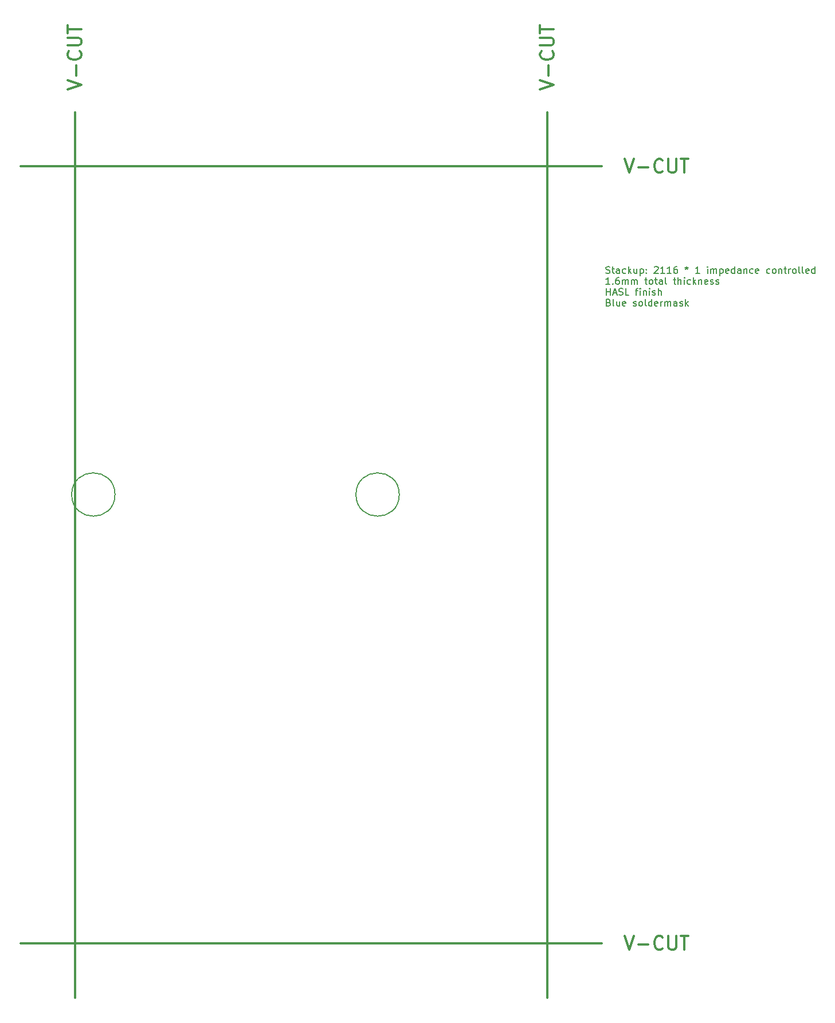
<source format=gbr>
%TF.GenerationSoftware,KiCad,Pcbnew,9.0.2+dfsg-1*%
%TF.CreationDate,2025-07-08T11:28:32+01:00*%
%TF.ProjectId,low-noise-power-probe-panel,6c6f772d-6e6f-4697-9365-2d706f776572,rev?*%
%TF.SameCoordinates,Original*%
%TF.FileFunction,Other,Comment*%
%FSLAX46Y46*%
G04 Gerber Fmt 4.6, Leading zero omitted, Abs format (unit mm)*
G04 Created by KiCad (PCBNEW 9.0.2+dfsg-1) date 2025-07-08 11:28:32*
%MOMM*%
%LPD*%
G01*
G04 APERTURE LIST*
%ADD10C,0.300000*%
%ADD11C,0.150000*%
G04 APERTURE END LIST*
D10*
X244900000Y-17000000D02*
X244900000Y-147800000D01*
X167100000Y-25000000D02*
X252900000Y-25000000D01*
X175100000Y-17000000D02*
X175100000Y-147800000D01*
X167100000Y-139800000D02*
X252900000Y-139800000D01*
X256287844Y-23909638D02*
X256954510Y-25909638D01*
X256954510Y-25909638D02*
X257621177Y-23909638D01*
X258287844Y-25147733D02*
X259811654Y-25147733D01*
X261906891Y-25719161D02*
X261811653Y-25814400D01*
X261811653Y-25814400D02*
X261525939Y-25909638D01*
X261525939Y-25909638D02*
X261335463Y-25909638D01*
X261335463Y-25909638D02*
X261049748Y-25814400D01*
X261049748Y-25814400D02*
X260859272Y-25623923D01*
X260859272Y-25623923D02*
X260764034Y-25433447D01*
X260764034Y-25433447D02*
X260668796Y-25052495D01*
X260668796Y-25052495D02*
X260668796Y-24766780D01*
X260668796Y-24766780D02*
X260764034Y-24385828D01*
X260764034Y-24385828D02*
X260859272Y-24195352D01*
X260859272Y-24195352D02*
X261049748Y-24004876D01*
X261049748Y-24004876D02*
X261335463Y-23909638D01*
X261335463Y-23909638D02*
X261525939Y-23909638D01*
X261525939Y-23909638D02*
X261811653Y-24004876D01*
X261811653Y-24004876D02*
X261906891Y-24100114D01*
X262764034Y-23909638D02*
X262764034Y-25528685D01*
X262764034Y-25528685D02*
X262859272Y-25719161D01*
X262859272Y-25719161D02*
X262954510Y-25814400D01*
X262954510Y-25814400D02*
X263144986Y-25909638D01*
X263144986Y-25909638D02*
X263525939Y-25909638D01*
X263525939Y-25909638D02*
X263716415Y-25814400D01*
X263716415Y-25814400D02*
X263811653Y-25719161D01*
X263811653Y-25719161D02*
X263906891Y-25528685D01*
X263906891Y-25528685D02*
X263906891Y-23909638D01*
X264573558Y-23909638D02*
X265716415Y-23909638D01*
X265144986Y-25909638D02*
X265144986Y-23909638D01*
X243809638Y-13612155D02*
X245809638Y-12945489D01*
X245809638Y-12945489D02*
X243809638Y-12278822D01*
X245047733Y-11612155D02*
X245047733Y-10088346D01*
X245619161Y-7993108D02*
X245714400Y-8088346D01*
X245714400Y-8088346D02*
X245809638Y-8374060D01*
X245809638Y-8374060D02*
X245809638Y-8564536D01*
X245809638Y-8564536D02*
X245714400Y-8850251D01*
X245714400Y-8850251D02*
X245523923Y-9040727D01*
X245523923Y-9040727D02*
X245333447Y-9135965D01*
X245333447Y-9135965D02*
X244952495Y-9231203D01*
X244952495Y-9231203D02*
X244666780Y-9231203D01*
X244666780Y-9231203D02*
X244285828Y-9135965D01*
X244285828Y-9135965D02*
X244095352Y-9040727D01*
X244095352Y-9040727D02*
X243904876Y-8850251D01*
X243904876Y-8850251D02*
X243809638Y-8564536D01*
X243809638Y-8564536D02*
X243809638Y-8374060D01*
X243809638Y-8374060D02*
X243904876Y-8088346D01*
X243904876Y-8088346D02*
X244000114Y-7993108D01*
X243809638Y-7135965D02*
X245428685Y-7135965D01*
X245428685Y-7135965D02*
X245619161Y-7040727D01*
X245619161Y-7040727D02*
X245714400Y-6945489D01*
X245714400Y-6945489D02*
X245809638Y-6755013D01*
X245809638Y-6755013D02*
X245809638Y-6374060D01*
X245809638Y-6374060D02*
X245714400Y-6183584D01*
X245714400Y-6183584D02*
X245619161Y-6088346D01*
X245619161Y-6088346D02*
X245428685Y-5993108D01*
X245428685Y-5993108D02*
X243809638Y-5993108D01*
X243809638Y-5326441D02*
X243809638Y-4183584D01*
X245809638Y-4755013D02*
X243809638Y-4755013D01*
X256287844Y-138709638D02*
X256954510Y-140709638D01*
X256954510Y-140709638D02*
X257621177Y-138709638D01*
X258287844Y-139947733D02*
X259811654Y-139947733D01*
X261906891Y-140519161D02*
X261811653Y-140614400D01*
X261811653Y-140614400D02*
X261525939Y-140709638D01*
X261525939Y-140709638D02*
X261335463Y-140709638D01*
X261335463Y-140709638D02*
X261049748Y-140614400D01*
X261049748Y-140614400D02*
X260859272Y-140423923D01*
X260859272Y-140423923D02*
X260764034Y-140233447D01*
X260764034Y-140233447D02*
X260668796Y-139852495D01*
X260668796Y-139852495D02*
X260668796Y-139566780D01*
X260668796Y-139566780D02*
X260764034Y-139185828D01*
X260764034Y-139185828D02*
X260859272Y-138995352D01*
X260859272Y-138995352D02*
X261049748Y-138804876D01*
X261049748Y-138804876D02*
X261335463Y-138709638D01*
X261335463Y-138709638D02*
X261525939Y-138709638D01*
X261525939Y-138709638D02*
X261811653Y-138804876D01*
X261811653Y-138804876D02*
X261906891Y-138900114D01*
X262764034Y-138709638D02*
X262764034Y-140328685D01*
X262764034Y-140328685D02*
X262859272Y-140519161D01*
X262859272Y-140519161D02*
X262954510Y-140614400D01*
X262954510Y-140614400D02*
X263144986Y-140709638D01*
X263144986Y-140709638D02*
X263525939Y-140709638D01*
X263525939Y-140709638D02*
X263716415Y-140614400D01*
X263716415Y-140614400D02*
X263811653Y-140519161D01*
X263811653Y-140519161D02*
X263906891Y-140328685D01*
X263906891Y-140328685D02*
X263906891Y-138709638D01*
X264573558Y-138709638D02*
X265716415Y-138709638D01*
X265144986Y-140709638D02*
X265144986Y-138709638D01*
X174009638Y-13612155D02*
X176009638Y-12945489D01*
X176009638Y-12945489D02*
X174009638Y-12278822D01*
X175247733Y-11612155D02*
X175247733Y-10088346D01*
X175819161Y-7993108D02*
X175914400Y-8088346D01*
X175914400Y-8088346D02*
X176009638Y-8374060D01*
X176009638Y-8374060D02*
X176009638Y-8564536D01*
X176009638Y-8564536D02*
X175914400Y-8850251D01*
X175914400Y-8850251D02*
X175723923Y-9040727D01*
X175723923Y-9040727D02*
X175533447Y-9135965D01*
X175533447Y-9135965D02*
X175152495Y-9231203D01*
X175152495Y-9231203D02*
X174866780Y-9231203D01*
X174866780Y-9231203D02*
X174485828Y-9135965D01*
X174485828Y-9135965D02*
X174295352Y-9040727D01*
X174295352Y-9040727D02*
X174104876Y-8850251D01*
X174104876Y-8850251D02*
X174009638Y-8564536D01*
X174009638Y-8564536D02*
X174009638Y-8374060D01*
X174009638Y-8374060D02*
X174104876Y-8088346D01*
X174104876Y-8088346D02*
X174200114Y-7993108D01*
X174009638Y-7135965D02*
X175628685Y-7135965D01*
X175628685Y-7135965D02*
X175819161Y-7040727D01*
X175819161Y-7040727D02*
X175914400Y-6945489D01*
X175914400Y-6945489D02*
X176009638Y-6755013D01*
X176009638Y-6755013D02*
X176009638Y-6374060D01*
X176009638Y-6374060D02*
X175914400Y-6183584D01*
X175914400Y-6183584D02*
X175819161Y-6088346D01*
X175819161Y-6088346D02*
X175628685Y-5993108D01*
X175628685Y-5993108D02*
X174009638Y-5993108D01*
X174009638Y-5326441D02*
X174009638Y-4183584D01*
X176009638Y-4755013D02*
X174009638Y-4755013D01*
D11*
X253539160Y-40742284D02*
X253682017Y-40789903D01*
X253682017Y-40789903D02*
X253920112Y-40789903D01*
X253920112Y-40789903D02*
X254015350Y-40742284D01*
X254015350Y-40742284D02*
X254062969Y-40694664D01*
X254062969Y-40694664D02*
X254110588Y-40599426D01*
X254110588Y-40599426D02*
X254110588Y-40504188D01*
X254110588Y-40504188D02*
X254062969Y-40408950D01*
X254062969Y-40408950D02*
X254015350Y-40361331D01*
X254015350Y-40361331D02*
X253920112Y-40313712D01*
X253920112Y-40313712D02*
X253729636Y-40266093D01*
X253729636Y-40266093D02*
X253634398Y-40218474D01*
X253634398Y-40218474D02*
X253586779Y-40170855D01*
X253586779Y-40170855D02*
X253539160Y-40075617D01*
X253539160Y-40075617D02*
X253539160Y-39980379D01*
X253539160Y-39980379D02*
X253586779Y-39885141D01*
X253586779Y-39885141D02*
X253634398Y-39837522D01*
X253634398Y-39837522D02*
X253729636Y-39789903D01*
X253729636Y-39789903D02*
X253967731Y-39789903D01*
X253967731Y-39789903D02*
X254110588Y-39837522D01*
X254396303Y-40123236D02*
X254777255Y-40123236D01*
X254539160Y-39789903D02*
X254539160Y-40647045D01*
X254539160Y-40647045D02*
X254586779Y-40742284D01*
X254586779Y-40742284D02*
X254682017Y-40789903D01*
X254682017Y-40789903D02*
X254777255Y-40789903D01*
X255539160Y-40789903D02*
X255539160Y-40266093D01*
X255539160Y-40266093D02*
X255491541Y-40170855D01*
X255491541Y-40170855D02*
X255396303Y-40123236D01*
X255396303Y-40123236D02*
X255205827Y-40123236D01*
X255205827Y-40123236D02*
X255110589Y-40170855D01*
X255539160Y-40742284D02*
X255443922Y-40789903D01*
X255443922Y-40789903D02*
X255205827Y-40789903D01*
X255205827Y-40789903D02*
X255110589Y-40742284D01*
X255110589Y-40742284D02*
X255062970Y-40647045D01*
X255062970Y-40647045D02*
X255062970Y-40551807D01*
X255062970Y-40551807D02*
X255110589Y-40456569D01*
X255110589Y-40456569D02*
X255205827Y-40408950D01*
X255205827Y-40408950D02*
X255443922Y-40408950D01*
X255443922Y-40408950D02*
X255539160Y-40361331D01*
X256443922Y-40742284D02*
X256348684Y-40789903D01*
X256348684Y-40789903D02*
X256158208Y-40789903D01*
X256158208Y-40789903D02*
X256062970Y-40742284D01*
X256062970Y-40742284D02*
X256015351Y-40694664D01*
X256015351Y-40694664D02*
X255967732Y-40599426D01*
X255967732Y-40599426D02*
X255967732Y-40313712D01*
X255967732Y-40313712D02*
X256015351Y-40218474D01*
X256015351Y-40218474D02*
X256062970Y-40170855D01*
X256062970Y-40170855D02*
X256158208Y-40123236D01*
X256158208Y-40123236D02*
X256348684Y-40123236D01*
X256348684Y-40123236D02*
X256443922Y-40170855D01*
X256872494Y-40789903D02*
X256872494Y-39789903D01*
X256967732Y-40408950D02*
X257253446Y-40789903D01*
X257253446Y-40123236D02*
X256872494Y-40504188D01*
X258110589Y-40123236D02*
X258110589Y-40789903D01*
X257682018Y-40123236D02*
X257682018Y-40647045D01*
X257682018Y-40647045D02*
X257729637Y-40742284D01*
X257729637Y-40742284D02*
X257824875Y-40789903D01*
X257824875Y-40789903D02*
X257967732Y-40789903D01*
X257967732Y-40789903D02*
X258062970Y-40742284D01*
X258062970Y-40742284D02*
X258110589Y-40694664D01*
X258586780Y-40123236D02*
X258586780Y-41123236D01*
X258586780Y-40170855D02*
X258682018Y-40123236D01*
X258682018Y-40123236D02*
X258872494Y-40123236D01*
X258872494Y-40123236D02*
X258967732Y-40170855D01*
X258967732Y-40170855D02*
X259015351Y-40218474D01*
X259015351Y-40218474D02*
X259062970Y-40313712D01*
X259062970Y-40313712D02*
X259062970Y-40599426D01*
X259062970Y-40599426D02*
X259015351Y-40694664D01*
X259015351Y-40694664D02*
X258967732Y-40742284D01*
X258967732Y-40742284D02*
X258872494Y-40789903D01*
X258872494Y-40789903D02*
X258682018Y-40789903D01*
X258682018Y-40789903D02*
X258586780Y-40742284D01*
X259491542Y-40694664D02*
X259539161Y-40742284D01*
X259539161Y-40742284D02*
X259491542Y-40789903D01*
X259491542Y-40789903D02*
X259443923Y-40742284D01*
X259443923Y-40742284D02*
X259491542Y-40694664D01*
X259491542Y-40694664D02*
X259491542Y-40789903D01*
X259491542Y-40170855D02*
X259539161Y-40218474D01*
X259539161Y-40218474D02*
X259491542Y-40266093D01*
X259491542Y-40266093D02*
X259443923Y-40218474D01*
X259443923Y-40218474D02*
X259491542Y-40170855D01*
X259491542Y-40170855D02*
X259491542Y-40266093D01*
X260682018Y-39885141D02*
X260729637Y-39837522D01*
X260729637Y-39837522D02*
X260824875Y-39789903D01*
X260824875Y-39789903D02*
X261062970Y-39789903D01*
X261062970Y-39789903D02*
X261158208Y-39837522D01*
X261158208Y-39837522D02*
X261205827Y-39885141D01*
X261205827Y-39885141D02*
X261253446Y-39980379D01*
X261253446Y-39980379D02*
X261253446Y-40075617D01*
X261253446Y-40075617D02*
X261205827Y-40218474D01*
X261205827Y-40218474D02*
X260634399Y-40789903D01*
X260634399Y-40789903D02*
X261253446Y-40789903D01*
X262205827Y-40789903D02*
X261634399Y-40789903D01*
X261920113Y-40789903D02*
X261920113Y-39789903D01*
X261920113Y-39789903D02*
X261824875Y-39932760D01*
X261824875Y-39932760D02*
X261729637Y-40027998D01*
X261729637Y-40027998D02*
X261634399Y-40075617D01*
X263158208Y-40789903D02*
X262586780Y-40789903D01*
X262872494Y-40789903D02*
X262872494Y-39789903D01*
X262872494Y-39789903D02*
X262777256Y-39932760D01*
X262777256Y-39932760D02*
X262682018Y-40027998D01*
X262682018Y-40027998D02*
X262586780Y-40075617D01*
X264015351Y-39789903D02*
X263824875Y-39789903D01*
X263824875Y-39789903D02*
X263729637Y-39837522D01*
X263729637Y-39837522D02*
X263682018Y-39885141D01*
X263682018Y-39885141D02*
X263586780Y-40027998D01*
X263586780Y-40027998D02*
X263539161Y-40218474D01*
X263539161Y-40218474D02*
X263539161Y-40599426D01*
X263539161Y-40599426D02*
X263586780Y-40694664D01*
X263586780Y-40694664D02*
X263634399Y-40742284D01*
X263634399Y-40742284D02*
X263729637Y-40789903D01*
X263729637Y-40789903D02*
X263920113Y-40789903D01*
X263920113Y-40789903D02*
X264015351Y-40742284D01*
X264015351Y-40742284D02*
X264062970Y-40694664D01*
X264062970Y-40694664D02*
X264110589Y-40599426D01*
X264110589Y-40599426D02*
X264110589Y-40361331D01*
X264110589Y-40361331D02*
X264062970Y-40266093D01*
X264062970Y-40266093D02*
X264015351Y-40218474D01*
X264015351Y-40218474D02*
X263920113Y-40170855D01*
X263920113Y-40170855D02*
X263729637Y-40170855D01*
X263729637Y-40170855D02*
X263634399Y-40218474D01*
X263634399Y-40218474D02*
X263586780Y-40266093D01*
X263586780Y-40266093D02*
X263539161Y-40361331D01*
X265443923Y-39789903D02*
X265443923Y-40027998D01*
X265205828Y-39932760D02*
X265443923Y-40027998D01*
X265443923Y-40027998D02*
X265682018Y-39932760D01*
X265301066Y-40218474D02*
X265443923Y-40027998D01*
X265443923Y-40027998D02*
X265586780Y-40218474D01*
X267348685Y-40789903D02*
X266777257Y-40789903D01*
X267062971Y-40789903D02*
X267062971Y-39789903D01*
X267062971Y-39789903D02*
X266967733Y-39932760D01*
X266967733Y-39932760D02*
X266872495Y-40027998D01*
X266872495Y-40027998D02*
X266777257Y-40075617D01*
X268539162Y-40789903D02*
X268539162Y-40123236D01*
X268539162Y-39789903D02*
X268491543Y-39837522D01*
X268491543Y-39837522D02*
X268539162Y-39885141D01*
X268539162Y-39885141D02*
X268586781Y-39837522D01*
X268586781Y-39837522D02*
X268539162Y-39789903D01*
X268539162Y-39789903D02*
X268539162Y-39885141D01*
X269015352Y-40789903D02*
X269015352Y-40123236D01*
X269015352Y-40218474D02*
X269062971Y-40170855D01*
X269062971Y-40170855D02*
X269158209Y-40123236D01*
X269158209Y-40123236D02*
X269301066Y-40123236D01*
X269301066Y-40123236D02*
X269396304Y-40170855D01*
X269396304Y-40170855D02*
X269443923Y-40266093D01*
X269443923Y-40266093D02*
X269443923Y-40789903D01*
X269443923Y-40266093D02*
X269491542Y-40170855D01*
X269491542Y-40170855D02*
X269586780Y-40123236D01*
X269586780Y-40123236D02*
X269729637Y-40123236D01*
X269729637Y-40123236D02*
X269824876Y-40170855D01*
X269824876Y-40170855D02*
X269872495Y-40266093D01*
X269872495Y-40266093D02*
X269872495Y-40789903D01*
X270348685Y-40123236D02*
X270348685Y-41123236D01*
X270348685Y-40170855D02*
X270443923Y-40123236D01*
X270443923Y-40123236D02*
X270634399Y-40123236D01*
X270634399Y-40123236D02*
X270729637Y-40170855D01*
X270729637Y-40170855D02*
X270777256Y-40218474D01*
X270777256Y-40218474D02*
X270824875Y-40313712D01*
X270824875Y-40313712D02*
X270824875Y-40599426D01*
X270824875Y-40599426D02*
X270777256Y-40694664D01*
X270777256Y-40694664D02*
X270729637Y-40742284D01*
X270729637Y-40742284D02*
X270634399Y-40789903D01*
X270634399Y-40789903D02*
X270443923Y-40789903D01*
X270443923Y-40789903D02*
X270348685Y-40742284D01*
X271634399Y-40742284D02*
X271539161Y-40789903D01*
X271539161Y-40789903D02*
X271348685Y-40789903D01*
X271348685Y-40789903D02*
X271253447Y-40742284D01*
X271253447Y-40742284D02*
X271205828Y-40647045D01*
X271205828Y-40647045D02*
X271205828Y-40266093D01*
X271205828Y-40266093D02*
X271253447Y-40170855D01*
X271253447Y-40170855D02*
X271348685Y-40123236D01*
X271348685Y-40123236D02*
X271539161Y-40123236D01*
X271539161Y-40123236D02*
X271634399Y-40170855D01*
X271634399Y-40170855D02*
X271682018Y-40266093D01*
X271682018Y-40266093D02*
X271682018Y-40361331D01*
X271682018Y-40361331D02*
X271205828Y-40456569D01*
X272539161Y-40789903D02*
X272539161Y-39789903D01*
X272539161Y-40742284D02*
X272443923Y-40789903D01*
X272443923Y-40789903D02*
X272253447Y-40789903D01*
X272253447Y-40789903D02*
X272158209Y-40742284D01*
X272158209Y-40742284D02*
X272110590Y-40694664D01*
X272110590Y-40694664D02*
X272062971Y-40599426D01*
X272062971Y-40599426D02*
X272062971Y-40313712D01*
X272062971Y-40313712D02*
X272110590Y-40218474D01*
X272110590Y-40218474D02*
X272158209Y-40170855D01*
X272158209Y-40170855D02*
X272253447Y-40123236D01*
X272253447Y-40123236D02*
X272443923Y-40123236D01*
X272443923Y-40123236D02*
X272539161Y-40170855D01*
X273443923Y-40789903D02*
X273443923Y-40266093D01*
X273443923Y-40266093D02*
X273396304Y-40170855D01*
X273396304Y-40170855D02*
X273301066Y-40123236D01*
X273301066Y-40123236D02*
X273110590Y-40123236D01*
X273110590Y-40123236D02*
X273015352Y-40170855D01*
X273443923Y-40742284D02*
X273348685Y-40789903D01*
X273348685Y-40789903D02*
X273110590Y-40789903D01*
X273110590Y-40789903D02*
X273015352Y-40742284D01*
X273015352Y-40742284D02*
X272967733Y-40647045D01*
X272967733Y-40647045D02*
X272967733Y-40551807D01*
X272967733Y-40551807D02*
X273015352Y-40456569D01*
X273015352Y-40456569D02*
X273110590Y-40408950D01*
X273110590Y-40408950D02*
X273348685Y-40408950D01*
X273348685Y-40408950D02*
X273443923Y-40361331D01*
X273920114Y-40123236D02*
X273920114Y-40789903D01*
X273920114Y-40218474D02*
X273967733Y-40170855D01*
X273967733Y-40170855D02*
X274062971Y-40123236D01*
X274062971Y-40123236D02*
X274205828Y-40123236D01*
X274205828Y-40123236D02*
X274301066Y-40170855D01*
X274301066Y-40170855D02*
X274348685Y-40266093D01*
X274348685Y-40266093D02*
X274348685Y-40789903D01*
X275253447Y-40742284D02*
X275158209Y-40789903D01*
X275158209Y-40789903D02*
X274967733Y-40789903D01*
X274967733Y-40789903D02*
X274872495Y-40742284D01*
X274872495Y-40742284D02*
X274824876Y-40694664D01*
X274824876Y-40694664D02*
X274777257Y-40599426D01*
X274777257Y-40599426D02*
X274777257Y-40313712D01*
X274777257Y-40313712D02*
X274824876Y-40218474D01*
X274824876Y-40218474D02*
X274872495Y-40170855D01*
X274872495Y-40170855D02*
X274967733Y-40123236D01*
X274967733Y-40123236D02*
X275158209Y-40123236D01*
X275158209Y-40123236D02*
X275253447Y-40170855D01*
X276062971Y-40742284D02*
X275967733Y-40789903D01*
X275967733Y-40789903D02*
X275777257Y-40789903D01*
X275777257Y-40789903D02*
X275682019Y-40742284D01*
X275682019Y-40742284D02*
X275634400Y-40647045D01*
X275634400Y-40647045D02*
X275634400Y-40266093D01*
X275634400Y-40266093D02*
X275682019Y-40170855D01*
X275682019Y-40170855D02*
X275777257Y-40123236D01*
X275777257Y-40123236D02*
X275967733Y-40123236D01*
X275967733Y-40123236D02*
X276062971Y-40170855D01*
X276062971Y-40170855D02*
X276110590Y-40266093D01*
X276110590Y-40266093D02*
X276110590Y-40361331D01*
X276110590Y-40361331D02*
X275634400Y-40456569D01*
X277729638Y-40742284D02*
X277634400Y-40789903D01*
X277634400Y-40789903D02*
X277443924Y-40789903D01*
X277443924Y-40789903D02*
X277348686Y-40742284D01*
X277348686Y-40742284D02*
X277301067Y-40694664D01*
X277301067Y-40694664D02*
X277253448Y-40599426D01*
X277253448Y-40599426D02*
X277253448Y-40313712D01*
X277253448Y-40313712D02*
X277301067Y-40218474D01*
X277301067Y-40218474D02*
X277348686Y-40170855D01*
X277348686Y-40170855D02*
X277443924Y-40123236D01*
X277443924Y-40123236D02*
X277634400Y-40123236D01*
X277634400Y-40123236D02*
X277729638Y-40170855D01*
X278301067Y-40789903D02*
X278205829Y-40742284D01*
X278205829Y-40742284D02*
X278158210Y-40694664D01*
X278158210Y-40694664D02*
X278110591Y-40599426D01*
X278110591Y-40599426D02*
X278110591Y-40313712D01*
X278110591Y-40313712D02*
X278158210Y-40218474D01*
X278158210Y-40218474D02*
X278205829Y-40170855D01*
X278205829Y-40170855D02*
X278301067Y-40123236D01*
X278301067Y-40123236D02*
X278443924Y-40123236D01*
X278443924Y-40123236D02*
X278539162Y-40170855D01*
X278539162Y-40170855D02*
X278586781Y-40218474D01*
X278586781Y-40218474D02*
X278634400Y-40313712D01*
X278634400Y-40313712D02*
X278634400Y-40599426D01*
X278634400Y-40599426D02*
X278586781Y-40694664D01*
X278586781Y-40694664D02*
X278539162Y-40742284D01*
X278539162Y-40742284D02*
X278443924Y-40789903D01*
X278443924Y-40789903D02*
X278301067Y-40789903D01*
X279062972Y-40123236D02*
X279062972Y-40789903D01*
X279062972Y-40218474D02*
X279110591Y-40170855D01*
X279110591Y-40170855D02*
X279205829Y-40123236D01*
X279205829Y-40123236D02*
X279348686Y-40123236D01*
X279348686Y-40123236D02*
X279443924Y-40170855D01*
X279443924Y-40170855D02*
X279491543Y-40266093D01*
X279491543Y-40266093D02*
X279491543Y-40789903D01*
X279824877Y-40123236D02*
X280205829Y-40123236D01*
X279967734Y-39789903D02*
X279967734Y-40647045D01*
X279967734Y-40647045D02*
X280015353Y-40742284D01*
X280015353Y-40742284D02*
X280110591Y-40789903D01*
X280110591Y-40789903D02*
X280205829Y-40789903D01*
X280539163Y-40789903D02*
X280539163Y-40123236D01*
X280539163Y-40313712D02*
X280586782Y-40218474D01*
X280586782Y-40218474D02*
X280634401Y-40170855D01*
X280634401Y-40170855D02*
X280729639Y-40123236D01*
X280729639Y-40123236D02*
X280824877Y-40123236D01*
X281301068Y-40789903D02*
X281205830Y-40742284D01*
X281205830Y-40742284D02*
X281158211Y-40694664D01*
X281158211Y-40694664D02*
X281110592Y-40599426D01*
X281110592Y-40599426D02*
X281110592Y-40313712D01*
X281110592Y-40313712D02*
X281158211Y-40218474D01*
X281158211Y-40218474D02*
X281205830Y-40170855D01*
X281205830Y-40170855D02*
X281301068Y-40123236D01*
X281301068Y-40123236D02*
X281443925Y-40123236D01*
X281443925Y-40123236D02*
X281539163Y-40170855D01*
X281539163Y-40170855D02*
X281586782Y-40218474D01*
X281586782Y-40218474D02*
X281634401Y-40313712D01*
X281634401Y-40313712D02*
X281634401Y-40599426D01*
X281634401Y-40599426D02*
X281586782Y-40694664D01*
X281586782Y-40694664D02*
X281539163Y-40742284D01*
X281539163Y-40742284D02*
X281443925Y-40789903D01*
X281443925Y-40789903D02*
X281301068Y-40789903D01*
X282205830Y-40789903D02*
X282110592Y-40742284D01*
X282110592Y-40742284D02*
X282062973Y-40647045D01*
X282062973Y-40647045D02*
X282062973Y-39789903D01*
X282729640Y-40789903D02*
X282634402Y-40742284D01*
X282634402Y-40742284D02*
X282586783Y-40647045D01*
X282586783Y-40647045D02*
X282586783Y-39789903D01*
X283491545Y-40742284D02*
X283396307Y-40789903D01*
X283396307Y-40789903D02*
X283205831Y-40789903D01*
X283205831Y-40789903D02*
X283110593Y-40742284D01*
X283110593Y-40742284D02*
X283062974Y-40647045D01*
X283062974Y-40647045D02*
X283062974Y-40266093D01*
X283062974Y-40266093D02*
X283110593Y-40170855D01*
X283110593Y-40170855D02*
X283205831Y-40123236D01*
X283205831Y-40123236D02*
X283396307Y-40123236D01*
X283396307Y-40123236D02*
X283491545Y-40170855D01*
X283491545Y-40170855D02*
X283539164Y-40266093D01*
X283539164Y-40266093D02*
X283539164Y-40361331D01*
X283539164Y-40361331D02*
X283062974Y-40456569D01*
X284396307Y-40789903D02*
X284396307Y-39789903D01*
X284396307Y-40742284D02*
X284301069Y-40789903D01*
X284301069Y-40789903D02*
X284110593Y-40789903D01*
X284110593Y-40789903D02*
X284015355Y-40742284D01*
X284015355Y-40742284D02*
X283967736Y-40694664D01*
X283967736Y-40694664D02*
X283920117Y-40599426D01*
X283920117Y-40599426D02*
X283920117Y-40313712D01*
X283920117Y-40313712D02*
X283967736Y-40218474D01*
X283967736Y-40218474D02*
X284015355Y-40170855D01*
X284015355Y-40170855D02*
X284110593Y-40123236D01*
X284110593Y-40123236D02*
X284301069Y-40123236D01*
X284301069Y-40123236D02*
X284396307Y-40170855D01*
X254110588Y-42399847D02*
X253539160Y-42399847D01*
X253824874Y-42399847D02*
X253824874Y-41399847D01*
X253824874Y-41399847D02*
X253729636Y-41542704D01*
X253729636Y-41542704D02*
X253634398Y-41637942D01*
X253634398Y-41637942D02*
X253539160Y-41685561D01*
X254539160Y-42304608D02*
X254586779Y-42352228D01*
X254586779Y-42352228D02*
X254539160Y-42399847D01*
X254539160Y-42399847D02*
X254491541Y-42352228D01*
X254491541Y-42352228D02*
X254539160Y-42304608D01*
X254539160Y-42304608D02*
X254539160Y-42399847D01*
X255443921Y-41399847D02*
X255253445Y-41399847D01*
X255253445Y-41399847D02*
X255158207Y-41447466D01*
X255158207Y-41447466D02*
X255110588Y-41495085D01*
X255110588Y-41495085D02*
X255015350Y-41637942D01*
X255015350Y-41637942D02*
X254967731Y-41828418D01*
X254967731Y-41828418D02*
X254967731Y-42209370D01*
X254967731Y-42209370D02*
X255015350Y-42304608D01*
X255015350Y-42304608D02*
X255062969Y-42352228D01*
X255062969Y-42352228D02*
X255158207Y-42399847D01*
X255158207Y-42399847D02*
X255348683Y-42399847D01*
X255348683Y-42399847D02*
X255443921Y-42352228D01*
X255443921Y-42352228D02*
X255491540Y-42304608D01*
X255491540Y-42304608D02*
X255539159Y-42209370D01*
X255539159Y-42209370D02*
X255539159Y-41971275D01*
X255539159Y-41971275D02*
X255491540Y-41876037D01*
X255491540Y-41876037D02*
X255443921Y-41828418D01*
X255443921Y-41828418D02*
X255348683Y-41780799D01*
X255348683Y-41780799D02*
X255158207Y-41780799D01*
X255158207Y-41780799D02*
X255062969Y-41828418D01*
X255062969Y-41828418D02*
X255015350Y-41876037D01*
X255015350Y-41876037D02*
X254967731Y-41971275D01*
X255967731Y-42399847D02*
X255967731Y-41733180D01*
X255967731Y-41828418D02*
X256015350Y-41780799D01*
X256015350Y-41780799D02*
X256110588Y-41733180D01*
X256110588Y-41733180D02*
X256253445Y-41733180D01*
X256253445Y-41733180D02*
X256348683Y-41780799D01*
X256348683Y-41780799D02*
X256396302Y-41876037D01*
X256396302Y-41876037D02*
X256396302Y-42399847D01*
X256396302Y-41876037D02*
X256443921Y-41780799D01*
X256443921Y-41780799D02*
X256539159Y-41733180D01*
X256539159Y-41733180D02*
X256682016Y-41733180D01*
X256682016Y-41733180D02*
X256777255Y-41780799D01*
X256777255Y-41780799D02*
X256824874Y-41876037D01*
X256824874Y-41876037D02*
X256824874Y-42399847D01*
X257301064Y-42399847D02*
X257301064Y-41733180D01*
X257301064Y-41828418D02*
X257348683Y-41780799D01*
X257348683Y-41780799D02*
X257443921Y-41733180D01*
X257443921Y-41733180D02*
X257586778Y-41733180D01*
X257586778Y-41733180D02*
X257682016Y-41780799D01*
X257682016Y-41780799D02*
X257729635Y-41876037D01*
X257729635Y-41876037D02*
X257729635Y-42399847D01*
X257729635Y-41876037D02*
X257777254Y-41780799D01*
X257777254Y-41780799D02*
X257872492Y-41733180D01*
X257872492Y-41733180D02*
X258015349Y-41733180D01*
X258015349Y-41733180D02*
X258110588Y-41780799D01*
X258110588Y-41780799D02*
X258158207Y-41876037D01*
X258158207Y-41876037D02*
X258158207Y-42399847D01*
X259253445Y-41733180D02*
X259634397Y-41733180D01*
X259396302Y-41399847D02*
X259396302Y-42256989D01*
X259396302Y-42256989D02*
X259443921Y-42352228D01*
X259443921Y-42352228D02*
X259539159Y-42399847D01*
X259539159Y-42399847D02*
X259634397Y-42399847D01*
X260110588Y-42399847D02*
X260015350Y-42352228D01*
X260015350Y-42352228D02*
X259967731Y-42304608D01*
X259967731Y-42304608D02*
X259920112Y-42209370D01*
X259920112Y-42209370D02*
X259920112Y-41923656D01*
X259920112Y-41923656D02*
X259967731Y-41828418D01*
X259967731Y-41828418D02*
X260015350Y-41780799D01*
X260015350Y-41780799D02*
X260110588Y-41733180D01*
X260110588Y-41733180D02*
X260253445Y-41733180D01*
X260253445Y-41733180D02*
X260348683Y-41780799D01*
X260348683Y-41780799D02*
X260396302Y-41828418D01*
X260396302Y-41828418D02*
X260443921Y-41923656D01*
X260443921Y-41923656D02*
X260443921Y-42209370D01*
X260443921Y-42209370D02*
X260396302Y-42304608D01*
X260396302Y-42304608D02*
X260348683Y-42352228D01*
X260348683Y-42352228D02*
X260253445Y-42399847D01*
X260253445Y-42399847D02*
X260110588Y-42399847D01*
X260729636Y-41733180D02*
X261110588Y-41733180D01*
X260872493Y-41399847D02*
X260872493Y-42256989D01*
X260872493Y-42256989D02*
X260920112Y-42352228D01*
X260920112Y-42352228D02*
X261015350Y-42399847D01*
X261015350Y-42399847D02*
X261110588Y-42399847D01*
X261872493Y-42399847D02*
X261872493Y-41876037D01*
X261872493Y-41876037D02*
X261824874Y-41780799D01*
X261824874Y-41780799D02*
X261729636Y-41733180D01*
X261729636Y-41733180D02*
X261539160Y-41733180D01*
X261539160Y-41733180D02*
X261443922Y-41780799D01*
X261872493Y-42352228D02*
X261777255Y-42399847D01*
X261777255Y-42399847D02*
X261539160Y-42399847D01*
X261539160Y-42399847D02*
X261443922Y-42352228D01*
X261443922Y-42352228D02*
X261396303Y-42256989D01*
X261396303Y-42256989D02*
X261396303Y-42161751D01*
X261396303Y-42161751D02*
X261443922Y-42066513D01*
X261443922Y-42066513D02*
X261539160Y-42018894D01*
X261539160Y-42018894D02*
X261777255Y-42018894D01*
X261777255Y-42018894D02*
X261872493Y-41971275D01*
X262491541Y-42399847D02*
X262396303Y-42352228D01*
X262396303Y-42352228D02*
X262348684Y-42256989D01*
X262348684Y-42256989D02*
X262348684Y-41399847D01*
X263491542Y-41733180D02*
X263872494Y-41733180D01*
X263634399Y-41399847D02*
X263634399Y-42256989D01*
X263634399Y-42256989D02*
X263682018Y-42352228D01*
X263682018Y-42352228D02*
X263777256Y-42399847D01*
X263777256Y-42399847D02*
X263872494Y-42399847D01*
X264205828Y-42399847D02*
X264205828Y-41399847D01*
X264634399Y-42399847D02*
X264634399Y-41876037D01*
X264634399Y-41876037D02*
X264586780Y-41780799D01*
X264586780Y-41780799D02*
X264491542Y-41733180D01*
X264491542Y-41733180D02*
X264348685Y-41733180D01*
X264348685Y-41733180D02*
X264253447Y-41780799D01*
X264253447Y-41780799D02*
X264205828Y-41828418D01*
X265110590Y-42399847D02*
X265110590Y-41733180D01*
X265110590Y-41399847D02*
X265062971Y-41447466D01*
X265062971Y-41447466D02*
X265110590Y-41495085D01*
X265110590Y-41495085D02*
X265158209Y-41447466D01*
X265158209Y-41447466D02*
X265110590Y-41399847D01*
X265110590Y-41399847D02*
X265110590Y-41495085D01*
X266015351Y-42352228D02*
X265920113Y-42399847D01*
X265920113Y-42399847D02*
X265729637Y-42399847D01*
X265729637Y-42399847D02*
X265634399Y-42352228D01*
X265634399Y-42352228D02*
X265586780Y-42304608D01*
X265586780Y-42304608D02*
X265539161Y-42209370D01*
X265539161Y-42209370D02*
X265539161Y-41923656D01*
X265539161Y-41923656D02*
X265586780Y-41828418D01*
X265586780Y-41828418D02*
X265634399Y-41780799D01*
X265634399Y-41780799D02*
X265729637Y-41733180D01*
X265729637Y-41733180D02*
X265920113Y-41733180D01*
X265920113Y-41733180D02*
X266015351Y-41780799D01*
X266443923Y-42399847D02*
X266443923Y-41399847D01*
X266539161Y-42018894D02*
X266824875Y-42399847D01*
X266824875Y-41733180D02*
X266443923Y-42114132D01*
X267253447Y-41733180D02*
X267253447Y-42399847D01*
X267253447Y-41828418D02*
X267301066Y-41780799D01*
X267301066Y-41780799D02*
X267396304Y-41733180D01*
X267396304Y-41733180D02*
X267539161Y-41733180D01*
X267539161Y-41733180D02*
X267634399Y-41780799D01*
X267634399Y-41780799D02*
X267682018Y-41876037D01*
X267682018Y-41876037D02*
X267682018Y-42399847D01*
X268539161Y-42352228D02*
X268443923Y-42399847D01*
X268443923Y-42399847D02*
X268253447Y-42399847D01*
X268253447Y-42399847D02*
X268158209Y-42352228D01*
X268158209Y-42352228D02*
X268110590Y-42256989D01*
X268110590Y-42256989D02*
X268110590Y-41876037D01*
X268110590Y-41876037D02*
X268158209Y-41780799D01*
X268158209Y-41780799D02*
X268253447Y-41733180D01*
X268253447Y-41733180D02*
X268443923Y-41733180D01*
X268443923Y-41733180D02*
X268539161Y-41780799D01*
X268539161Y-41780799D02*
X268586780Y-41876037D01*
X268586780Y-41876037D02*
X268586780Y-41971275D01*
X268586780Y-41971275D02*
X268110590Y-42066513D01*
X268967733Y-42352228D02*
X269062971Y-42399847D01*
X269062971Y-42399847D02*
X269253447Y-42399847D01*
X269253447Y-42399847D02*
X269348685Y-42352228D01*
X269348685Y-42352228D02*
X269396304Y-42256989D01*
X269396304Y-42256989D02*
X269396304Y-42209370D01*
X269396304Y-42209370D02*
X269348685Y-42114132D01*
X269348685Y-42114132D02*
X269253447Y-42066513D01*
X269253447Y-42066513D02*
X269110590Y-42066513D01*
X269110590Y-42066513D02*
X269015352Y-42018894D01*
X269015352Y-42018894D02*
X268967733Y-41923656D01*
X268967733Y-41923656D02*
X268967733Y-41876037D01*
X268967733Y-41876037D02*
X269015352Y-41780799D01*
X269015352Y-41780799D02*
X269110590Y-41733180D01*
X269110590Y-41733180D02*
X269253447Y-41733180D01*
X269253447Y-41733180D02*
X269348685Y-41780799D01*
X269777257Y-42352228D02*
X269872495Y-42399847D01*
X269872495Y-42399847D02*
X270062971Y-42399847D01*
X270062971Y-42399847D02*
X270158209Y-42352228D01*
X270158209Y-42352228D02*
X270205828Y-42256989D01*
X270205828Y-42256989D02*
X270205828Y-42209370D01*
X270205828Y-42209370D02*
X270158209Y-42114132D01*
X270158209Y-42114132D02*
X270062971Y-42066513D01*
X270062971Y-42066513D02*
X269920114Y-42066513D01*
X269920114Y-42066513D02*
X269824876Y-42018894D01*
X269824876Y-42018894D02*
X269777257Y-41923656D01*
X269777257Y-41923656D02*
X269777257Y-41876037D01*
X269777257Y-41876037D02*
X269824876Y-41780799D01*
X269824876Y-41780799D02*
X269920114Y-41733180D01*
X269920114Y-41733180D02*
X270062971Y-41733180D01*
X270062971Y-41733180D02*
X270158209Y-41780799D01*
X253586779Y-44009791D02*
X253586779Y-43009791D01*
X253586779Y-43485981D02*
X254158207Y-43485981D01*
X254158207Y-44009791D02*
X254158207Y-43009791D01*
X254586779Y-43724076D02*
X255062969Y-43724076D01*
X254491541Y-44009791D02*
X254824874Y-43009791D01*
X254824874Y-43009791D02*
X255158207Y-44009791D01*
X255443922Y-43962172D02*
X255586779Y-44009791D01*
X255586779Y-44009791D02*
X255824874Y-44009791D01*
X255824874Y-44009791D02*
X255920112Y-43962172D01*
X255920112Y-43962172D02*
X255967731Y-43914552D01*
X255967731Y-43914552D02*
X256015350Y-43819314D01*
X256015350Y-43819314D02*
X256015350Y-43724076D01*
X256015350Y-43724076D02*
X255967731Y-43628838D01*
X255967731Y-43628838D02*
X255920112Y-43581219D01*
X255920112Y-43581219D02*
X255824874Y-43533600D01*
X255824874Y-43533600D02*
X255634398Y-43485981D01*
X255634398Y-43485981D02*
X255539160Y-43438362D01*
X255539160Y-43438362D02*
X255491541Y-43390743D01*
X255491541Y-43390743D02*
X255443922Y-43295505D01*
X255443922Y-43295505D02*
X255443922Y-43200267D01*
X255443922Y-43200267D02*
X255491541Y-43105029D01*
X255491541Y-43105029D02*
X255539160Y-43057410D01*
X255539160Y-43057410D02*
X255634398Y-43009791D01*
X255634398Y-43009791D02*
X255872493Y-43009791D01*
X255872493Y-43009791D02*
X256015350Y-43057410D01*
X256920112Y-44009791D02*
X256443922Y-44009791D01*
X256443922Y-44009791D02*
X256443922Y-43009791D01*
X257872494Y-43343124D02*
X258253446Y-43343124D01*
X258015351Y-44009791D02*
X258015351Y-43152648D01*
X258015351Y-43152648D02*
X258062970Y-43057410D01*
X258062970Y-43057410D02*
X258158208Y-43009791D01*
X258158208Y-43009791D02*
X258253446Y-43009791D01*
X258586780Y-44009791D02*
X258586780Y-43343124D01*
X258586780Y-43009791D02*
X258539161Y-43057410D01*
X258539161Y-43057410D02*
X258586780Y-43105029D01*
X258586780Y-43105029D02*
X258634399Y-43057410D01*
X258634399Y-43057410D02*
X258586780Y-43009791D01*
X258586780Y-43009791D02*
X258586780Y-43105029D01*
X259062970Y-43343124D02*
X259062970Y-44009791D01*
X259062970Y-43438362D02*
X259110589Y-43390743D01*
X259110589Y-43390743D02*
X259205827Y-43343124D01*
X259205827Y-43343124D02*
X259348684Y-43343124D01*
X259348684Y-43343124D02*
X259443922Y-43390743D01*
X259443922Y-43390743D02*
X259491541Y-43485981D01*
X259491541Y-43485981D02*
X259491541Y-44009791D01*
X259967732Y-44009791D02*
X259967732Y-43343124D01*
X259967732Y-43009791D02*
X259920113Y-43057410D01*
X259920113Y-43057410D02*
X259967732Y-43105029D01*
X259967732Y-43105029D02*
X260015351Y-43057410D01*
X260015351Y-43057410D02*
X259967732Y-43009791D01*
X259967732Y-43009791D02*
X259967732Y-43105029D01*
X260396303Y-43962172D02*
X260491541Y-44009791D01*
X260491541Y-44009791D02*
X260682017Y-44009791D01*
X260682017Y-44009791D02*
X260777255Y-43962172D01*
X260777255Y-43962172D02*
X260824874Y-43866933D01*
X260824874Y-43866933D02*
X260824874Y-43819314D01*
X260824874Y-43819314D02*
X260777255Y-43724076D01*
X260777255Y-43724076D02*
X260682017Y-43676457D01*
X260682017Y-43676457D02*
X260539160Y-43676457D01*
X260539160Y-43676457D02*
X260443922Y-43628838D01*
X260443922Y-43628838D02*
X260396303Y-43533600D01*
X260396303Y-43533600D02*
X260396303Y-43485981D01*
X260396303Y-43485981D02*
X260443922Y-43390743D01*
X260443922Y-43390743D02*
X260539160Y-43343124D01*
X260539160Y-43343124D02*
X260682017Y-43343124D01*
X260682017Y-43343124D02*
X260777255Y-43390743D01*
X261253446Y-44009791D02*
X261253446Y-43009791D01*
X261682017Y-44009791D02*
X261682017Y-43485981D01*
X261682017Y-43485981D02*
X261634398Y-43390743D01*
X261634398Y-43390743D02*
X261539160Y-43343124D01*
X261539160Y-43343124D02*
X261396303Y-43343124D01*
X261396303Y-43343124D02*
X261301065Y-43390743D01*
X261301065Y-43390743D02*
X261253446Y-43438362D01*
X253920112Y-45095925D02*
X254062969Y-45143544D01*
X254062969Y-45143544D02*
X254110588Y-45191163D01*
X254110588Y-45191163D02*
X254158207Y-45286401D01*
X254158207Y-45286401D02*
X254158207Y-45429258D01*
X254158207Y-45429258D02*
X254110588Y-45524496D01*
X254110588Y-45524496D02*
X254062969Y-45572116D01*
X254062969Y-45572116D02*
X253967731Y-45619735D01*
X253967731Y-45619735D02*
X253586779Y-45619735D01*
X253586779Y-45619735D02*
X253586779Y-44619735D01*
X253586779Y-44619735D02*
X253920112Y-44619735D01*
X253920112Y-44619735D02*
X254015350Y-44667354D01*
X254015350Y-44667354D02*
X254062969Y-44714973D01*
X254062969Y-44714973D02*
X254110588Y-44810211D01*
X254110588Y-44810211D02*
X254110588Y-44905449D01*
X254110588Y-44905449D02*
X254062969Y-45000687D01*
X254062969Y-45000687D02*
X254015350Y-45048306D01*
X254015350Y-45048306D02*
X253920112Y-45095925D01*
X253920112Y-45095925D02*
X253586779Y-45095925D01*
X254729636Y-45619735D02*
X254634398Y-45572116D01*
X254634398Y-45572116D02*
X254586779Y-45476877D01*
X254586779Y-45476877D02*
X254586779Y-44619735D01*
X255539160Y-44953068D02*
X255539160Y-45619735D01*
X255110589Y-44953068D02*
X255110589Y-45476877D01*
X255110589Y-45476877D02*
X255158208Y-45572116D01*
X255158208Y-45572116D02*
X255253446Y-45619735D01*
X255253446Y-45619735D02*
X255396303Y-45619735D01*
X255396303Y-45619735D02*
X255491541Y-45572116D01*
X255491541Y-45572116D02*
X255539160Y-45524496D01*
X256396303Y-45572116D02*
X256301065Y-45619735D01*
X256301065Y-45619735D02*
X256110589Y-45619735D01*
X256110589Y-45619735D02*
X256015351Y-45572116D01*
X256015351Y-45572116D02*
X255967732Y-45476877D01*
X255967732Y-45476877D02*
X255967732Y-45095925D01*
X255967732Y-45095925D02*
X256015351Y-45000687D01*
X256015351Y-45000687D02*
X256110589Y-44953068D01*
X256110589Y-44953068D02*
X256301065Y-44953068D01*
X256301065Y-44953068D02*
X256396303Y-45000687D01*
X256396303Y-45000687D02*
X256443922Y-45095925D01*
X256443922Y-45095925D02*
X256443922Y-45191163D01*
X256443922Y-45191163D02*
X255967732Y-45286401D01*
X257586780Y-45572116D02*
X257682018Y-45619735D01*
X257682018Y-45619735D02*
X257872494Y-45619735D01*
X257872494Y-45619735D02*
X257967732Y-45572116D01*
X257967732Y-45572116D02*
X258015351Y-45476877D01*
X258015351Y-45476877D02*
X258015351Y-45429258D01*
X258015351Y-45429258D02*
X257967732Y-45334020D01*
X257967732Y-45334020D02*
X257872494Y-45286401D01*
X257872494Y-45286401D02*
X257729637Y-45286401D01*
X257729637Y-45286401D02*
X257634399Y-45238782D01*
X257634399Y-45238782D02*
X257586780Y-45143544D01*
X257586780Y-45143544D02*
X257586780Y-45095925D01*
X257586780Y-45095925D02*
X257634399Y-45000687D01*
X257634399Y-45000687D02*
X257729637Y-44953068D01*
X257729637Y-44953068D02*
X257872494Y-44953068D01*
X257872494Y-44953068D02*
X257967732Y-45000687D01*
X258586780Y-45619735D02*
X258491542Y-45572116D01*
X258491542Y-45572116D02*
X258443923Y-45524496D01*
X258443923Y-45524496D02*
X258396304Y-45429258D01*
X258396304Y-45429258D02*
X258396304Y-45143544D01*
X258396304Y-45143544D02*
X258443923Y-45048306D01*
X258443923Y-45048306D02*
X258491542Y-45000687D01*
X258491542Y-45000687D02*
X258586780Y-44953068D01*
X258586780Y-44953068D02*
X258729637Y-44953068D01*
X258729637Y-44953068D02*
X258824875Y-45000687D01*
X258824875Y-45000687D02*
X258872494Y-45048306D01*
X258872494Y-45048306D02*
X258920113Y-45143544D01*
X258920113Y-45143544D02*
X258920113Y-45429258D01*
X258920113Y-45429258D02*
X258872494Y-45524496D01*
X258872494Y-45524496D02*
X258824875Y-45572116D01*
X258824875Y-45572116D02*
X258729637Y-45619735D01*
X258729637Y-45619735D02*
X258586780Y-45619735D01*
X259491542Y-45619735D02*
X259396304Y-45572116D01*
X259396304Y-45572116D02*
X259348685Y-45476877D01*
X259348685Y-45476877D02*
X259348685Y-44619735D01*
X260301066Y-45619735D02*
X260301066Y-44619735D01*
X260301066Y-45572116D02*
X260205828Y-45619735D01*
X260205828Y-45619735D02*
X260015352Y-45619735D01*
X260015352Y-45619735D02*
X259920114Y-45572116D01*
X259920114Y-45572116D02*
X259872495Y-45524496D01*
X259872495Y-45524496D02*
X259824876Y-45429258D01*
X259824876Y-45429258D02*
X259824876Y-45143544D01*
X259824876Y-45143544D02*
X259872495Y-45048306D01*
X259872495Y-45048306D02*
X259920114Y-45000687D01*
X259920114Y-45000687D02*
X260015352Y-44953068D01*
X260015352Y-44953068D02*
X260205828Y-44953068D01*
X260205828Y-44953068D02*
X260301066Y-45000687D01*
X261158209Y-45572116D02*
X261062971Y-45619735D01*
X261062971Y-45619735D02*
X260872495Y-45619735D01*
X260872495Y-45619735D02*
X260777257Y-45572116D01*
X260777257Y-45572116D02*
X260729638Y-45476877D01*
X260729638Y-45476877D02*
X260729638Y-45095925D01*
X260729638Y-45095925D02*
X260777257Y-45000687D01*
X260777257Y-45000687D02*
X260872495Y-44953068D01*
X260872495Y-44953068D02*
X261062971Y-44953068D01*
X261062971Y-44953068D02*
X261158209Y-45000687D01*
X261158209Y-45000687D02*
X261205828Y-45095925D01*
X261205828Y-45095925D02*
X261205828Y-45191163D01*
X261205828Y-45191163D02*
X260729638Y-45286401D01*
X261634400Y-45619735D02*
X261634400Y-44953068D01*
X261634400Y-45143544D02*
X261682019Y-45048306D01*
X261682019Y-45048306D02*
X261729638Y-45000687D01*
X261729638Y-45000687D02*
X261824876Y-44953068D01*
X261824876Y-44953068D02*
X261920114Y-44953068D01*
X262253448Y-45619735D02*
X262253448Y-44953068D01*
X262253448Y-45048306D02*
X262301067Y-45000687D01*
X262301067Y-45000687D02*
X262396305Y-44953068D01*
X262396305Y-44953068D02*
X262539162Y-44953068D01*
X262539162Y-44953068D02*
X262634400Y-45000687D01*
X262634400Y-45000687D02*
X262682019Y-45095925D01*
X262682019Y-45095925D02*
X262682019Y-45619735D01*
X262682019Y-45095925D02*
X262729638Y-45000687D01*
X262729638Y-45000687D02*
X262824876Y-44953068D01*
X262824876Y-44953068D02*
X262967733Y-44953068D01*
X262967733Y-44953068D02*
X263062972Y-45000687D01*
X263062972Y-45000687D02*
X263110591Y-45095925D01*
X263110591Y-45095925D02*
X263110591Y-45619735D01*
X264015352Y-45619735D02*
X264015352Y-45095925D01*
X264015352Y-45095925D02*
X263967733Y-45000687D01*
X263967733Y-45000687D02*
X263872495Y-44953068D01*
X263872495Y-44953068D02*
X263682019Y-44953068D01*
X263682019Y-44953068D02*
X263586781Y-45000687D01*
X264015352Y-45572116D02*
X263920114Y-45619735D01*
X263920114Y-45619735D02*
X263682019Y-45619735D01*
X263682019Y-45619735D02*
X263586781Y-45572116D01*
X263586781Y-45572116D02*
X263539162Y-45476877D01*
X263539162Y-45476877D02*
X263539162Y-45381639D01*
X263539162Y-45381639D02*
X263586781Y-45286401D01*
X263586781Y-45286401D02*
X263682019Y-45238782D01*
X263682019Y-45238782D02*
X263920114Y-45238782D01*
X263920114Y-45238782D02*
X264015352Y-45191163D01*
X264443924Y-45572116D02*
X264539162Y-45619735D01*
X264539162Y-45619735D02*
X264729638Y-45619735D01*
X264729638Y-45619735D02*
X264824876Y-45572116D01*
X264824876Y-45572116D02*
X264872495Y-45476877D01*
X264872495Y-45476877D02*
X264872495Y-45429258D01*
X264872495Y-45429258D02*
X264824876Y-45334020D01*
X264824876Y-45334020D02*
X264729638Y-45286401D01*
X264729638Y-45286401D02*
X264586781Y-45286401D01*
X264586781Y-45286401D02*
X264491543Y-45238782D01*
X264491543Y-45238782D02*
X264443924Y-45143544D01*
X264443924Y-45143544D02*
X264443924Y-45095925D01*
X264443924Y-45095925D02*
X264491543Y-45000687D01*
X264491543Y-45000687D02*
X264586781Y-44953068D01*
X264586781Y-44953068D02*
X264729638Y-44953068D01*
X264729638Y-44953068D02*
X264824876Y-45000687D01*
X265301067Y-45619735D02*
X265301067Y-44619735D01*
X265396305Y-45238782D02*
X265682019Y-45619735D01*
X265682019Y-44953068D02*
X265301067Y-45334020D01*
%TO.C,REF\u002A\u002A*%
X181000000Y-73475000D02*
G75*
G02*
X174600000Y-73475000I-3200000J0D01*
G01*
X174600000Y-73475000D02*
G75*
G02*
X181000000Y-73475000I3200000J0D01*
G01*
X223000000Y-73475000D02*
G75*
G02*
X216600000Y-73475000I-3200000J0D01*
G01*
X216600000Y-73475000D02*
G75*
G02*
X223000000Y-73475000I3200000J0D01*
G01*
%TD*%
M02*

</source>
